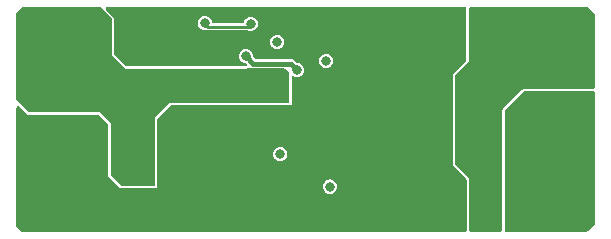
<source format=gbr>
%TF.GenerationSoftware,KiCad,Pcbnew,8.0.5*%
%TF.CreationDate,2024-10-12T15:51:15+02:00*%
%TF.ProjectId,DCDC_converter,44434443-5f63-46f6-9e76-65727465722e,rev?*%
%TF.SameCoordinates,Original*%
%TF.FileFunction,Copper,L4,Bot*%
%TF.FilePolarity,Positive*%
%FSLAX46Y46*%
G04 Gerber Fmt 4.6, Leading zero omitted, Abs format (unit mm)*
G04 Created by KiCad (PCBNEW 8.0.5) date 2024-10-12 15:51:15*
%MOMM*%
%LPD*%
G01*
G04 APERTURE LIST*
%TA.AperFunction,ComponentPad*%
%ADD10R,1.700000X1.700000*%
%TD*%
%TA.AperFunction,ComponentPad*%
%ADD11O,1.700000X1.700000*%
%TD*%
%TA.AperFunction,ComponentPad*%
%ADD12R,1.600000X1.600000*%
%TD*%
%TA.AperFunction,ComponentPad*%
%ADD13C,1.600000*%
%TD*%
%TA.AperFunction,ViaPad*%
%ADD14C,0.600000*%
%TD*%
%TA.AperFunction,ViaPad*%
%ADD15C,0.400000*%
%TD*%
%TA.AperFunction,ViaPad*%
%ADD16C,0.800000*%
%TD*%
%TA.AperFunction,Conductor*%
%ADD17C,0.400000*%
%TD*%
%TA.AperFunction,Conductor*%
%ADD18C,0.250000*%
%TD*%
%TA.AperFunction,Conductor*%
%ADD19C,0.300000*%
%TD*%
G04 APERTURE END LIST*
D10*
%TO.P,J4,1,Pin_1*%
%TO.N,GND*%
X94037500Y-64830000D03*
D11*
%TO.P,J4,2,Pin_2*%
X96577500Y-64830000D03*
%TD*%
D10*
%TO.P,J3,1,Pin_1*%
%TO.N,+5V*%
X94037500Y-54670000D03*
D11*
%TO.P,J3,2,Pin_2*%
X96577500Y-54670000D03*
%TD*%
D12*
%TO.P,C1,1*%
%TO.N,+24V*%
X61317500Y-64440000D03*
D13*
%TO.P,C1,2*%
%TO.N,GND*%
X63817500Y-64440000D03*
%TD*%
D10*
%TO.P,J2,1,Pin_1*%
%TO.N,GND*%
X55937500Y-67370000D03*
D11*
%TO.P,J2,2,Pin_2*%
X53397500Y-67370000D03*
%TD*%
D10*
%TO.P,J1,1,Pin_1*%
%TO.N,+24V*%
X55937500Y-52130000D03*
D11*
%TO.P,J1,2,Pin_2*%
X53397500Y-52130000D03*
%TD*%
D14*
%TO.N,GND*%
X67750000Y-64250000D03*
X51550000Y-61150000D03*
X65100000Y-53000000D03*
X70125000Y-60725000D03*
X75700000Y-51250000D03*
X56350000Y-62450000D03*
X62250000Y-68500000D03*
X56800000Y-64900000D03*
X68950000Y-61400000D03*
X71675000Y-60150000D03*
X64650000Y-68500000D03*
X69550000Y-62600000D03*
X92975000Y-59350000D03*
X67750000Y-66650000D03*
X60300000Y-53000000D03*
X84550000Y-68500000D03*
X63900000Y-51800000D03*
X53950000Y-63700000D03*
X57550000Y-61150000D03*
X75825000Y-60025000D03*
X96550000Y-59350000D03*
X81300000Y-66500000D03*
X94425000Y-61750000D03*
X81700000Y-51250000D03*
X85750000Y-68500000D03*
X57550000Y-63700000D03*
X71675000Y-59250000D03*
X66300000Y-66650000D03*
X94425000Y-59350000D03*
X83050000Y-52650000D03*
X52000000Y-64900000D03*
X55150000Y-61150000D03*
X79650000Y-54800000D03*
X98000000Y-59350000D03*
X98000000Y-61750000D03*
X62700000Y-53000000D03*
X71750000Y-68500000D03*
X94450000Y-68025000D03*
X81700000Y-54050000D03*
X61500000Y-51800000D03*
X65850000Y-68500000D03*
X85750000Y-66500000D03*
X52775000Y-62450000D03*
X76937500Y-60800000D03*
X61500000Y-54200000D03*
X63900000Y-54200000D03*
X67750000Y-61400000D03*
X80250000Y-52650000D03*
X84550000Y-66500000D03*
X66550000Y-61400000D03*
X96850000Y-68025000D03*
X67150000Y-62600000D03*
X76187500Y-61950000D03*
X85900000Y-54050000D03*
X51550000Y-63700000D03*
X66300000Y-64250000D03*
X85900000Y-51250000D03*
X68350000Y-62600000D03*
X74150000Y-68500000D03*
X67750000Y-65450000D03*
X53950000Y-61150000D03*
X80100000Y-66500000D03*
X66300000Y-65450000D03*
X81300000Y-68500000D03*
X96550000Y-61750000D03*
X78100000Y-51250000D03*
X55150000Y-63700000D03*
X61050000Y-68500000D03*
X70550000Y-68500000D03*
X80100000Y-68500000D03*
X92975000Y-61750000D03*
X75350000Y-68500000D03*
%TO.N,+24V*%
X59800000Y-63650000D03*
X60400000Y-56850000D03*
X61000000Y-61250000D03*
D15*
X72300000Y-58150000D03*
D14*
X71650000Y-57850000D03*
X52200000Y-55850000D03*
X69700000Y-58300000D03*
X65900000Y-56150000D03*
X69500000Y-56150000D03*
X68900000Y-56900000D03*
X67800000Y-58300000D03*
X70100000Y-56900000D03*
X60400000Y-58550000D03*
X67100000Y-56150000D03*
X53400000Y-58250000D03*
X58200000Y-55850000D03*
X55200000Y-54600000D03*
X52800000Y-54600000D03*
X57000000Y-55850000D03*
X57000000Y-58250000D03*
X71350000Y-56900000D03*
X67700000Y-56900000D03*
X54000000Y-54600000D03*
X65300000Y-56900000D03*
D15*
X73300000Y-58150000D03*
D14*
X52200000Y-58250000D03*
X68300000Y-56150000D03*
X70800000Y-56150000D03*
X59800000Y-62450000D03*
X58200000Y-58250000D03*
X53400000Y-55850000D03*
X64700000Y-56150000D03*
X56400000Y-54600000D03*
X65850000Y-58300000D03*
X54600000Y-57050000D03*
X62000000Y-57650000D03*
X66500000Y-56900000D03*
D15*
X72800000Y-58150000D03*
D14*
X59800000Y-60050000D03*
X59800000Y-64850000D03*
X61000000Y-62450000D03*
X55800000Y-57050000D03*
D16*
%TO.N,Net-(U1-EN)*%
X69950000Y-54650000D03*
X74287500Y-55837500D03*
%TO.N,VCC*%
X72850000Y-62950000D03*
X72587500Y-53450000D03*
X76737500Y-55050000D03*
D14*
%TO.N,+5V*%
X98700000Y-56650000D03*
X97650000Y-52450000D03*
X91450000Y-53900000D03*
X94275000Y-51900000D03*
X96150000Y-51250000D03*
X92075000Y-57250000D03*
D16*
X77037500Y-65700000D03*
D14*
X89550000Y-64925000D03*
X97650000Y-51250000D03*
X92775000Y-51900000D03*
X96150000Y-52450000D03*
X90925000Y-64925000D03*
D16*
X90650000Y-67500000D03*
%TO.N,Net-(D1-K)*%
X70337500Y-51912500D03*
X66450000Y-51850000D03*
%TD*%
D17*
%TO.N,Net-(U1-EN)*%
X70580000Y-55280000D02*
X69950000Y-54650000D01*
X73730000Y-55280000D02*
X70580000Y-55280000D01*
X74287500Y-55837500D02*
X73730000Y-55280000D01*
D18*
%TO.N,Net-(D1-K)*%
X70100000Y-52150000D02*
X66750000Y-52150000D01*
X66750000Y-52150000D02*
X66600000Y-52000000D01*
X70337500Y-51912500D02*
X70100000Y-52150000D01*
D19*
X66600000Y-52000000D02*
X66450000Y-51850000D01*
%TD*%
%TA.AperFunction,Conductor*%
%TO.N,GND*%
G36*
X99442539Y-57619685D02*
G01*
X99488294Y-57672489D01*
X99499500Y-57724000D01*
X99499500Y-68799138D01*
X99479815Y-68866177D01*
X99463181Y-68886819D01*
X98886819Y-69463181D01*
X98825496Y-69496666D01*
X98799138Y-69499500D01*
X91974000Y-69499500D01*
X91906961Y-69479815D01*
X91861206Y-69427011D01*
X91850000Y-69375500D01*
X91850000Y-59301362D01*
X91869685Y-59234323D01*
X91886319Y-59213681D01*
X93463681Y-57636319D01*
X93525004Y-57602834D01*
X93551362Y-57600000D01*
X99375500Y-57600000D01*
X99442539Y-57619685D01*
G37*
%TD.AperFunction*%
%TD*%
%TA.AperFunction,Conductor*%
%TO.N,+5V*%
G36*
X98866177Y-50520185D02*
G01*
X98886819Y-50536819D01*
X99463181Y-51113181D01*
X99496666Y-51174504D01*
X99499500Y-51200862D01*
X99499500Y-57270500D01*
X99479815Y-57337539D01*
X99427011Y-57383294D01*
X99375500Y-57394500D01*
X93551361Y-57394500D01*
X93529381Y-57395678D01*
X93503034Y-57398511D01*
X93503032Y-57398512D01*
X93426521Y-57422470D01*
X93426516Y-57422471D01*
X93365188Y-57455960D01*
X93318384Y-57490998D01*
X93318363Y-57491016D01*
X91741013Y-59068365D01*
X91741012Y-59068366D01*
X91726325Y-59084716D01*
X91726313Y-59084730D01*
X91709672Y-59105379D01*
X91672509Y-59176424D01*
X91652826Y-59243456D01*
X91644500Y-59301365D01*
X91644500Y-69375500D01*
X91624815Y-69442539D01*
X91572011Y-69488294D01*
X91520500Y-69499500D01*
X88979500Y-69499500D01*
X88912461Y-69479815D01*
X88866706Y-69427011D01*
X88855500Y-69375500D01*
X88855500Y-65151361D01*
X88854321Y-65129381D01*
X88851488Y-65103035D01*
X88843165Y-65076453D01*
X88840068Y-65056201D01*
X88837500Y-65050001D01*
X88837500Y-65050000D01*
X88837499Y-65049999D01*
X88828679Y-65028706D01*
X88828083Y-65027822D01*
X88827531Y-65026522D01*
X88827529Y-65026518D01*
X88794044Y-64965195D01*
X88758991Y-64918371D01*
X87691819Y-63851199D01*
X87658334Y-63789876D01*
X87655500Y-63763518D01*
X87655500Y-56286482D01*
X87675185Y-56219443D01*
X87691819Y-56198801D01*
X88185121Y-55705500D01*
X88708991Y-55181630D01*
X88723693Y-55165262D01*
X88725552Y-55162954D01*
X88734412Y-55153087D01*
X88837500Y-55050000D01*
X88848347Y-50624195D01*
X88868196Y-50557205D01*
X88921112Y-50511580D01*
X88972347Y-50500500D01*
X98799138Y-50500500D01*
X98866177Y-50520185D01*
G37*
%TD.AperFunction*%
%TD*%
%TA.AperFunction,Conductor*%
%TO.N,GND*%
G36*
X88543039Y-50520185D02*
G01*
X88588794Y-50572989D01*
X88600000Y-50624500D01*
X88600000Y-54948638D01*
X88580315Y-55015677D01*
X88563681Y-55036319D01*
X87450000Y-56149999D01*
X87450000Y-63900000D01*
X88613681Y-65063681D01*
X88647166Y-65125004D01*
X88650000Y-65151362D01*
X88650000Y-69375500D01*
X88630315Y-69442539D01*
X88577511Y-69488294D01*
X88526000Y-69499500D01*
X51000862Y-69499500D01*
X50933823Y-69479815D01*
X50913181Y-69463181D01*
X50536819Y-69086819D01*
X50503334Y-69025496D01*
X50500500Y-68999138D01*
X50500500Y-58999862D01*
X50520185Y-58932823D01*
X50572989Y-58887068D01*
X50642147Y-58877124D01*
X50705703Y-58906149D01*
X50712181Y-58912181D01*
X51400000Y-59600000D01*
X57448638Y-59600000D01*
X57515677Y-59619685D01*
X57536319Y-59636319D01*
X58263681Y-60363681D01*
X58297166Y-60425004D01*
X58300000Y-60451362D01*
X58300000Y-64900000D01*
X59250000Y-65850000D01*
X62450000Y-65850000D01*
X62450000Y-65699998D01*
X76431818Y-65699998D01*
X76431818Y-65700001D01*
X76452455Y-65856760D01*
X76452456Y-65856762D01*
X76512964Y-66002841D01*
X76609218Y-66128282D01*
X76734659Y-66224536D01*
X76880738Y-66285044D01*
X76959119Y-66295363D01*
X77037499Y-66305682D01*
X77037500Y-66305682D01*
X77037501Y-66305682D01*
X77089754Y-66298802D01*
X77194262Y-66285044D01*
X77340341Y-66224536D01*
X77465782Y-66128282D01*
X77562036Y-66002841D01*
X77622544Y-65856762D01*
X77643182Y-65700000D01*
X77622544Y-65543238D01*
X77562036Y-65397159D01*
X77465782Y-65271718D01*
X77340341Y-65175464D01*
X77194262Y-65114956D01*
X77194260Y-65114955D01*
X77037501Y-65094318D01*
X77037499Y-65094318D01*
X76880739Y-65114955D01*
X76880737Y-65114956D01*
X76734660Y-65175463D01*
X76609218Y-65271718D01*
X76512963Y-65397160D01*
X76452456Y-65543237D01*
X76452455Y-65543239D01*
X76431818Y-65699998D01*
X62450000Y-65699998D01*
X62450000Y-62949998D01*
X72244318Y-62949998D01*
X72244318Y-62950001D01*
X72264955Y-63106760D01*
X72264956Y-63106762D01*
X72325464Y-63252841D01*
X72421718Y-63378282D01*
X72547159Y-63474536D01*
X72693238Y-63535044D01*
X72771619Y-63545363D01*
X72849999Y-63555682D01*
X72850000Y-63555682D01*
X72850001Y-63555682D01*
X72902254Y-63548802D01*
X73006762Y-63535044D01*
X73152841Y-63474536D01*
X73278282Y-63378282D01*
X73374536Y-63252841D01*
X73435044Y-63106762D01*
X73455682Y-62950000D01*
X73435044Y-62793238D01*
X73374536Y-62647159D01*
X73278282Y-62521718D01*
X73152841Y-62425464D01*
X73006762Y-62364956D01*
X73006760Y-62364955D01*
X72850001Y-62344318D01*
X72849999Y-62344318D01*
X72693239Y-62364955D01*
X72693237Y-62364956D01*
X72547160Y-62425463D01*
X72421718Y-62521718D01*
X72325463Y-62647160D01*
X72264956Y-62793237D01*
X72264955Y-62793239D01*
X72244318Y-62949998D01*
X62450000Y-62949998D01*
X62450000Y-59951362D01*
X62469685Y-59884323D01*
X62486319Y-59863681D01*
X63513681Y-58836319D01*
X63575004Y-58802834D01*
X63601362Y-58800000D01*
X65765693Y-58800000D01*
X65772684Y-58800500D01*
X65778039Y-58800500D01*
X65927316Y-58800500D01*
X65934307Y-58800000D01*
X67715693Y-58800000D01*
X67722684Y-58800500D01*
X67728039Y-58800500D01*
X67877316Y-58800500D01*
X67884307Y-58800000D01*
X69615693Y-58800000D01*
X69622684Y-58800500D01*
X69628039Y-58800500D01*
X69777316Y-58800500D01*
X69784307Y-58800000D01*
X73800000Y-58800000D01*
X73800000Y-56470197D01*
X73819685Y-56403158D01*
X73872489Y-56357403D01*
X73941647Y-56347459D01*
X73976853Y-56359644D01*
X73977151Y-56358926D01*
X73984658Y-56362035D01*
X73984659Y-56362036D01*
X74130738Y-56422544D01*
X74200916Y-56431783D01*
X74287499Y-56443182D01*
X74287500Y-56443182D01*
X74287501Y-56443182D01*
X74374084Y-56431783D01*
X74444262Y-56422544D01*
X74590341Y-56362036D01*
X74715782Y-56265782D01*
X74812036Y-56140341D01*
X74872544Y-55994262D01*
X74893182Y-55837500D01*
X74872544Y-55680738D01*
X74812036Y-55534659D01*
X74715782Y-55409218D01*
X74590341Y-55312964D01*
X74444262Y-55252456D01*
X74388077Y-55245059D01*
X74283985Y-55231355D01*
X74220089Y-55203088D01*
X74212490Y-55196097D01*
X74066391Y-55049998D01*
X76131818Y-55049998D01*
X76131818Y-55050001D01*
X76152455Y-55206760D01*
X76152456Y-55206762D01*
X76164727Y-55236388D01*
X76212964Y-55352841D01*
X76309218Y-55478282D01*
X76434659Y-55574536D01*
X76580738Y-55635044D01*
X76659119Y-55645363D01*
X76737499Y-55655682D01*
X76737500Y-55655682D01*
X76737501Y-55655682D01*
X76789754Y-55648802D01*
X76894262Y-55635044D01*
X77040341Y-55574536D01*
X77165782Y-55478282D01*
X77262036Y-55352841D01*
X77322544Y-55206762D01*
X77343182Y-55050000D01*
X77322544Y-54893238D01*
X77262036Y-54747159D01*
X77165782Y-54621718D01*
X77040341Y-54525464D01*
X76894262Y-54464956D01*
X76894260Y-54464955D01*
X76737501Y-54444318D01*
X76737499Y-54444318D01*
X76580739Y-54464955D01*
X76580737Y-54464956D01*
X76434660Y-54525463D01*
X76309218Y-54621718D01*
X76212963Y-54747160D01*
X76152456Y-54893237D01*
X76152455Y-54893239D01*
X76131818Y-55049998D01*
X74066391Y-55049998D01*
X73975915Y-54959522D01*
X73975913Y-54959520D01*
X73930250Y-54933156D01*
X73884589Y-54906793D01*
X73833657Y-54893146D01*
X73782727Y-54879500D01*
X73782726Y-54879500D01*
X70797254Y-54879500D01*
X70730215Y-54859815D01*
X70709578Y-54843185D01*
X70591400Y-54725007D01*
X70557917Y-54663686D01*
X70556144Y-54653513D01*
X70555681Y-54649998D01*
X70535044Y-54493238D01*
X70474536Y-54347159D01*
X70378282Y-54221718D01*
X70252841Y-54125464D01*
X70190158Y-54099500D01*
X70106762Y-54064956D01*
X70106760Y-54064955D01*
X69950001Y-54044318D01*
X69949999Y-54044318D01*
X69793239Y-54064955D01*
X69793237Y-54064956D01*
X69647160Y-54125463D01*
X69521718Y-54221718D01*
X69425463Y-54347160D01*
X69364956Y-54493237D01*
X69364955Y-54493239D01*
X69344318Y-54649998D01*
X69344318Y-54650001D01*
X69364955Y-54806760D01*
X69364956Y-54806762D01*
X69400775Y-54893238D01*
X69425464Y-54952841D01*
X69521718Y-55078282D01*
X69647159Y-55174536D01*
X69793238Y-55235044D01*
X69889377Y-55247700D01*
X69930091Y-55253061D01*
X69993988Y-55281327D01*
X70032459Y-55339652D01*
X70033290Y-55409517D01*
X69996218Y-55468740D01*
X69933012Y-55498519D01*
X69913906Y-55500000D01*
X59851362Y-55500000D01*
X59784323Y-55480315D01*
X59763681Y-55463681D01*
X58836319Y-54536319D01*
X58802834Y-54474996D01*
X58800000Y-54448638D01*
X58800000Y-53449998D01*
X71981818Y-53449998D01*
X71981818Y-53450001D01*
X72002455Y-53606760D01*
X72002456Y-53606762D01*
X72062964Y-53752841D01*
X72159218Y-53878282D01*
X72284659Y-53974536D01*
X72430738Y-54035044D01*
X72501181Y-54044318D01*
X72587499Y-54055682D01*
X72587500Y-54055682D01*
X72587501Y-54055682D01*
X72639754Y-54048802D01*
X72744262Y-54035044D01*
X72890341Y-53974536D01*
X73015782Y-53878282D01*
X73112036Y-53752841D01*
X73172544Y-53606762D01*
X73193182Y-53450000D01*
X73172544Y-53293238D01*
X73112036Y-53147159D01*
X73015782Y-53021718D01*
X72890341Y-52925464D01*
X72744262Y-52864956D01*
X72744260Y-52864955D01*
X72587501Y-52844318D01*
X72587499Y-52844318D01*
X72430739Y-52864955D01*
X72430737Y-52864956D01*
X72284660Y-52925463D01*
X72159218Y-53021718D01*
X72062963Y-53147160D01*
X72002456Y-53293237D01*
X72002455Y-53293239D01*
X71981818Y-53449998D01*
X58800000Y-53449998D01*
X58800000Y-51849998D01*
X65844318Y-51849998D01*
X65844318Y-51850001D01*
X65864955Y-52006760D01*
X65864956Y-52006762D01*
X65890843Y-52069260D01*
X65925464Y-52152841D01*
X66021718Y-52278282D01*
X66147159Y-52374536D01*
X66293238Y-52435044D01*
X66346295Y-52442029D01*
X66449999Y-52455682D01*
X66449999Y-52455681D01*
X66450000Y-52455682D01*
X66553698Y-52442029D01*
X66617337Y-52450408D01*
X66624357Y-52453315D01*
X66624361Y-52453318D01*
X66707147Y-52475500D01*
X66792853Y-52475500D01*
X70057147Y-52475500D01*
X70102854Y-52475500D01*
X70150306Y-52484939D01*
X70165201Y-52491108D01*
X70180738Y-52497544D01*
X70259119Y-52507863D01*
X70337499Y-52518182D01*
X70337500Y-52518182D01*
X70337501Y-52518182D01*
X70389754Y-52511302D01*
X70494262Y-52497544D01*
X70640341Y-52437036D01*
X70765782Y-52340782D01*
X70862036Y-52215341D01*
X70922544Y-52069262D01*
X70943182Y-51912500D01*
X70934953Y-51849998D01*
X70922544Y-51755739D01*
X70922544Y-51755738D01*
X70862036Y-51609659D01*
X70765782Y-51484218D01*
X70640341Y-51387964D01*
X70629781Y-51383590D01*
X70494262Y-51327456D01*
X70494260Y-51327455D01*
X70337501Y-51306818D01*
X70337499Y-51306818D01*
X70180739Y-51327455D01*
X70180737Y-51327456D01*
X70034660Y-51387963D01*
X69909218Y-51484218D01*
X69812963Y-51609660D01*
X69755681Y-51747953D01*
X69711840Y-51802356D01*
X69645546Y-51824421D01*
X69641120Y-51824500D01*
X67161070Y-51824500D01*
X67094031Y-51804815D01*
X67048276Y-51752011D01*
X67038131Y-51716686D01*
X67038112Y-51716543D01*
X67035044Y-51693238D01*
X66974536Y-51547159D01*
X66878282Y-51421718D01*
X66752841Y-51325464D01*
X66606762Y-51264956D01*
X66606760Y-51264955D01*
X66450001Y-51244318D01*
X66449999Y-51244318D01*
X66293239Y-51264955D01*
X66293237Y-51264956D01*
X66147160Y-51325463D01*
X66021718Y-51421718D01*
X65925463Y-51547160D01*
X65864956Y-51693237D01*
X65864955Y-51693239D01*
X65844318Y-51849998D01*
X58800000Y-51849998D01*
X58800000Y-51400000D01*
X58112181Y-50712181D01*
X58078696Y-50650858D01*
X58083680Y-50581166D01*
X58125552Y-50525233D01*
X58191016Y-50500816D01*
X58199862Y-50500500D01*
X88476000Y-50500500D01*
X88543039Y-50520185D01*
G37*
%TD.AperFunction*%
%TD*%
%TA.AperFunction,Conductor*%
%TO.N,+24V*%
G36*
X57658303Y-50520185D02*
G01*
X57678565Y-50536440D01*
X57891416Y-50747472D01*
X57912943Y-50776101D01*
X57931816Y-50810664D01*
X57931820Y-50810670D01*
X57966860Y-50857477D01*
X57966864Y-50857481D01*
X57966871Y-50857491D01*
X57966878Y-50857498D01*
X58558181Y-51448801D01*
X58591666Y-51510124D01*
X58594500Y-51536482D01*
X58594500Y-54448638D01*
X58595678Y-54470618D01*
X58598511Y-54496965D01*
X58598512Y-54496967D01*
X58622470Y-54573478D01*
X58622471Y-54573483D01*
X58636872Y-54599855D01*
X58655956Y-54634805D01*
X58655958Y-54634808D01*
X58655960Y-54634811D01*
X58690998Y-54681615D01*
X58691002Y-54681619D01*
X58691009Y-54681629D01*
X58691016Y-54681636D01*
X59618365Y-55608986D01*
X59618366Y-55608987D01*
X59634716Y-55623674D01*
X59634730Y-55623686D01*
X59634738Y-55623693D01*
X59643136Y-55630460D01*
X59655379Y-55640327D01*
X59726424Y-55677490D01*
X59793456Y-55697173D01*
X59793458Y-55697173D01*
X59793464Y-55697175D01*
X59851362Y-55705500D01*
X59851366Y-55705500D01*
X69913906Y-55705500D01*
X69929788Y-55704885D01*
X69948894Y-55703404D01*
X70020598Y-55684420D01*
X70083804Y-55654641D01*
X70085040Y-55653963D01*
X70085227Y-55653915D01*
X70085464Y-55653795D01*
X70085490Y-55653846D01*
X70085522Y-55653832D01*
X70085525Y-55653839D01*
X70145122Y-55638685D01*
X70368932Y-55639514D01*
X70416920Y-55652474D01*
X70417905Y-55650097D01*
X70425410Y-55653206D01*
X70425412Y-55653206D01*
X70425413Y-55653207D01*
X70527273Y-55680501D01*
X70527275Y-55680501D01*
X70640323Y-55680501D01*
X70640339Y-55680500D01*
X73179138Y-55680500D01*
X73246177Y-55700185D01*
X73266819Y-55716819D01*
X73563428Y-56013428D01*
X73596913Y-56074751D01*
X73599746Y-56101717D01*
X73598102Y-56436870D01*
X73596842Y-56453900D01*
X73594500Y-56470191D01*
X73594500Y-57171596D01*
X73594499Y-57172204D01*
X73591177Y-57850000D01*
X73588132Y-58471108D01*
X73568119Y-58538050D01*
X73515091Y-58583546D01*
X73464133Y-58594500D01*
X69784307Y-58594500D01*
X69773892Y-58594872D01*
X69772528Y-58594921D01*
X69768100Y-58595000D01*
X69631900Y-58595000D01*
X69627472Y-58594921D01*
X69626107Y-58594872D01*
X69615693Y-58594500D01*
X67884307Y-58594500D01*
X67873892Y-58594872D01*
X67872528Y-58594921D01*
X67868100Y-58595000D01*
X67731900Y-58595000D01*
X67727472Y-58594921D01*
X67726107Y-58594872D01*
X67715693Y-58594500D01*
X65934307Y-58594500D01*
X65923892Y-58594872D01*
X65922528Y-58594921D01*
X65918100Y-58595000D01*
X65781900Y-58595000D01*
X65777472Y-58594921D01*
X65776107Y-58594872D01*
X65765693Y-58594500D01*
X63601362Y-58594500D01*
X63601361Y-58594500D01*
X63579381Y-58595678D01*
X63546979Y-58599163D01*
X63546916Y-58598578D01*
X63533117Y-58600000D01*
X63437500Y-58600000D01*
X62913244Y-59146099D01*
X62911473Y-59147906D01*
X62341014Y-59718365D01*
X62341012Y-59718366D01*
X62326325Y-59734716D01*
X62326302Y-59734743D01*
X62309675Y-59755376D01*
X62309669Y-59755386D01*
X62295516Y-59782442D01*
X62275095Y-59810837D01*
X62237501Y-59849998D01*
X62237500Y-59850001D01*
X62237500Y-65520500D01*
X62217815Y-65587539D01*
X62165011Y-65633294D01*
X62113500Y-65644500D01*
X59433362Y-65644500D01*
X59366323Y-65624815D01*
X59345681Y-65608181D01*
X58573819Y-64836319D01*
X58540334Y-64774996D01*
X58537500Y-64748638D01*
X58537500Y-60290000D01*
X58537499Y-60289999D01*
X58092817Y-59849998D01*
X57587500Y-59350000D01*
X57587499Y-59350000D01*
X51551362Y-59350000D01*
X51484323Y-59330315D01*
X51463681Y-59313681D01*
X50536819Y-58386819D01*
X50503334Y-58325496D01*
X50500500Y-58299138D01*
X50500500Y-50996195D01*
X50520185Y-50929156D01*
X50536434Y-50908900D01*
X50904932Y-50537198D01*
X50966110Y-50503449D01*
X50992992Y-50500500D01*
X57591264Y-50500500D01*
X57658303Y-50520185D01*
G37*
%TD.AperFunction*%
%TD*%
M02*

</source>
